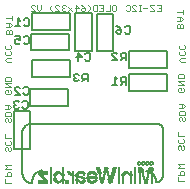
<source format=gbo>
G75*
%MOIN*%
%OFA0B0*%
%FSLAX24Y24*%
%IPPOS*%
%LPD*%
%AMOC8*
5,1,8,0,0,1.08239X$1,22.5*
%
%ADD10C,0.0040*%
%ADD11R,0.0042X0.0007*%
%ADD12R,0.0035X0.0007*%
%ADD13R,0.0028X0.0007*%
%ADD14R,0.0099X0.0007*%
%ADD15R,0.0106X0.0007*%
%ADD16R,0.0092X0.0007*%
%ADD17R,0.0120X0.0007*%
%ADD18R,0.0113X0.0007*%
%ADD19R,0.0085X0.0007*%
%ADD20R,0.0333X0.0007*%
%ADD21R,0.0099X0.0007*%
%ADD22R,0.0106X0.0007*%
%ADD23R,0.0092X0.0007*%
%ADD24R,0.0163X0.0007*%
%ADD25R,0.0149X0.0007*%
%ADD26R,0.0092X0.0007*%
%ADD27R,0.0127X0.0007*%
%ADD28R,0.0333X0.0007*%
%ADD29R,0.0099X0.0007*%
%ADD30R,0.0106X0.0007*%
%ADD31R,0.0092X0.0007*%
%ADD32R,0.0113X0.0007*%
%ADD33R,0.0191X0.0007*%
%ADD34R,0.0177X0.0007*%
%ADD35R,0.0092X0.0007*%
%ADD36R,0.0149X0.0007*%
%ADD37R,0.0333X0.0007*%
%ADD38R,0.0120X0.0007*%
%ADD39R,0.0212X0.0007*%
%ADD40R,0.0191X0.0007*%
%ADD41R,0.0092X0.0007*%
%ADD42R,0.0177X0.0007*%
%ADD43R,0.0120X0.0007*%
%ADD44R,0.0234X0.0007*%
%ADD45R,0.0205X0.0007*%
%ADD46R,0.0099X0.0007*%
%ADD47R,0.0120X0.0007*%
%ADD48R,0.0092X0.0007*%
%ADD49R,0.0113X0.0007*%
%ADD50R,0.0120X0.0007*%
%ADD51R,0.0255X0.0007*%
%ADD52R,0.0220X0.0007*%
%ADD53R,0.0092X0.0007*%
%ADD54R,0.0106X0.0007*%
%ADD55R,0.0198X0.0007*%
%ADD56R,0.0333X0.0007*%
%ADD57R,0.0135X0.0007*%
%ADD58R,0.0127X0.0007*%
%ADD59R,0.0269X0.0007*%
%ADD60R,0.0326X0.0007*%
%ADD61R,0.0212X0.0007*%
%ADD62R,0.0135X0.0007*%
%ADD63R,0.0127X0.0007*%
%ADD64R,0.0127X0.0007*%
%ADD65R,0.0283X0.0007*%
%ADD66R,0.0333X0.0007*%
%ADD67R,0.0227X0.0007*%
%ADD68R,0.0135X0.0007*%
%ADD69R,0.0127X0.0007*%
%ADD70R,0.0290X0.0007*%
%ADD71R,0.0333X0.0007*%
%ADD72R,0.0135X0.0007*%
%ADD73R,0.0297X0.0007*%
%ADD74R,0.0340X0.0007*%
%ADD75R,0.0149X0.0007*%
%ADD76R,0.0135X0.0007*%
%ADD77R,0.0142X0.0007*%
%ADD78R,0.0312X0.0007*%
%ADD79R,0.0156X0.0007*%
%ADD80R,0.0340X0.0007*%
%ADD81R,0.0142X0.0007*%
%ADD82R,0.0120X0.0007*%
%ADD83R,0.0142X0.0007*%
%ADD84R,0.0326X0.0007*%
%ADD85R,0.0149X0.0007*%
%ADD86R,0.0142X0.0007*%
%ADD87R,0.0106X0.0007*%
%ADD88R,0.0127X0.0007*%
%ADD89R,0.0135X0.0007*%
%ADD90R,0.0113X0.0007*%
%ADD91R,0.0163X0.0007*%
%ADD92R,0.0163X0.0007*%
%ADD93R,0.0156X0.0007*%
%ADD94R,0.0113X0.0007*%
%ADD95R,0.0120X0.0007*%
%ADD96R,0.0163X0.0007*%
%ADD97R,0.0163X0.0007*%
%ADD98R,0.0085X0.0007*%
%ADD99R,0.0170X0.0007*%
%ADD100R,0.0177X0.0007*%
%ADD101R,0.0085X0.0007*%
%ADD102R,0.0078X0.0007*%
%ADD103R,0.0177X0.0007*%
%ADD104R,0.0106X0.0007*%
%ADD105R,0.0113X0.0007*%
%ADD106R,0.0085X0.0007*%
%ADD107R,0.0177X0.0007*%
%ADD108R,0.0085X0.0007*%
%ADD109R,0.0177X0.0007*%
%ADD110R,0.0177X0.0007*%
%ADD111R,0.0099X0.0007*%
%ADD112R,0.0184X0.0007*%
%ADD113R,0.0099X0.0007*%
%ADD114R,0.0368X0.0007*%
%ADD115R,0.0191X0.0007*%
%ADD116R,0.0368X0.0007*%
%ADD117R,0.0163X0.0007*%
%ADD118R,0.0184X0.0007*%
%ADD119R,0.0368X0.0007*%
%ADD120R,0.0290X0.0007*%
%ADD121R,0.0113X0.0007*%
%ADD122R,0.0085X0.0007*%
%ADD123R,0.0368X0.0007*%
%ADD124R,0.0276X0.0007*%
%ADD125R,0.0361X0.0007*%
%ADD126R,0.0255X0.0007*%
%ADD127R,0.0085X0.0007*%
%ADD128R,0.0361X0.0007*%
%ADD129R,0.0220X0.0007*%
%ADD130R,0.0361X0.0007*%
%ADD131R,0.0099X0.0007*%
%ADD132R,0.0106X0.0007*%
%ADD133R,0.0106X0.0007*%
%ADD134R,0.0120X0.0007*%
%ADD135R,0.0219X0.0007*%
%ADD136R,0.0142X0.0007*%
%ADD137R,0.0219X0.0007*%
%ADD138R,0.0312X0.0007*%
%ADD139R,0.0219X0.0007*%
%ADD140R,0.0347X0.0007*%
%ADD141R,0.0312X0.0007*%
%ADD142R,0.0304X0.0007*%
%ADD143R,0.0340X0.0007*%
%ADD144R,0.0312X0.0007*%
%ADD145R,0.0234X0.0007*%
%ADD146R,0.0297X0.0007*%
%ADD147R,0.0219X0.0007*%
%ADD148R,0.0312X0.0007*%
%ADD149R,0.0227X0.0007*%
%ADD150R,0.0283X0.0007*%
%ADD151R,0.0290X0.0007*%
%ADD152R,0.0269X0.0007*%
%ADD153R,0.0205X0.0007*%
%ADD154R,0.0184X0.0007*%
%ADD155R,0.0255X0.0007*%
%ADD156R,0.0198X0.0007*%
%ADD157R,0.0191X0.0007*%
%ADD158R,0.0184X0.0007*%
%ADD159R,0.0241X0.0007*%
%ADD160R,0.0255X0.0007*%
%ADD161R,0.0191X0.0007*%
%ADD162R,0.0198X0.0007*%
%ADD163R,0.0184X0.0007*%
%ADD164R,0.0234X0.0007*%
%ADD165R,0.0212X0.0007*%
%ADD166R,0.0184X0.0007*%
%ADD167R,0.0170X0.0007*%
%ADD168R,0.0170X0.0007*%
%ADD169R,0.0156X0.0007*%
%ADD170R,0.0035X0.0007*%
%ADD171R,0.0170X0.0007*%
%ADD172R,0.0042X0.0007*%
%ADD173R,0.0064X0.0007*%
%ADD174R,0.0028X0.0007*%
%ADD175R,0.0035X0.0007*%
%ADD176R,0.0156X0.0007*%
%ADD177R,0.0177X0.0007*%
%ADD178R,0.0170X0.0007*%
%ADD179R,0.0028X0.0007*%
%ADD180R,0.0028X0.0007*%
%ADD181R,0.0057X0.0007*%
%ADD182R,0.0057X0.0007*%
%ADD183R,0.0042X0.0007*%
%ADD184R,0.0043X0.0007*%
%ADD185R,0.0050X0.0007*%
%ADD186R,0.0050X0.0007*%
%ADD187R,0.0043X0.0007*%
%ADD188R,0.0043X0.0007*%
%ADD189R,0.0035X0.0007*%
%ADD190R,0.0035X0.0007*%
%ADD191R,0.0078X0.0007*%
%ADD192R,0.0064X0.0007*%
%ADD193C,0.0080*%
%ADD194C,0.0060*%
D10*
X001174Y000865D02*
X001174Y000998D01*
X001174Y001086D02*
X001375Y001086D01*
X001375Y001186D01*
X001341Y001219D01*
X001274Y001219D01*
X001241Y001186D01*
X001241Y001086D01*
X001174Y001307D02*
X001241Y001373D01*
X001174Y001440D01*
X001375Y001440D01*
X001375Y001307D02*
X001174Y001307D01*
X001174Y000865D02*
X001375Y000865D01*
X001333Y001912D02*
X001300Y001912D01*
X001267Y001945D01*
X001267Y002012D01*
X001233Y002045D01*
X001200Y002045D01*
X001166Y002012D01*
X001166Y001945D01*
X001200Y001912D01*
X001333Y001912D02*
X001367Y001945D01*
X001367Y002012D01*
X001333Y002045D01*
X001333Y002133D02*
X001200Y002133D01*
X001166Y002166D01*
X001166Y002233D01*
X001200Y002266D01*
X001166Y002354D02*
X001166Y002487D01*
X001166Y002354D02*
X001367Y002354D01*
X001333Y002266D02*
X001367Y002233D01*
X001367Y002166D01*
X001333Y002133D01*
X001341Y002873D02*
X001308Y002873D01*
X001274Y002906D01*
X001274Y002973D01*
X001241Y003006D01*
X001208Y003006D01*
X001174Y002973D01*
X001174Y002906D01*
X001208Y002873D01*
X001341Y002873D02*
X001375Y002906D01*
X001375Y002973D01*
X001341Y003006D01*
X001375Y003094D02*
X001375Y003194D01*
X001341Y003227D01*
X001208Y003227D01*
X001174Y003194D01*
X001174Y003094D01*
X001375Y003094D01*
X001308Y003315D02*
X001174Y003315D01*
X001274Y003315D02*
X001274Y003448D01*
X001308Y003448D02*
X001174Y003448D01*
X001308Y003448D02*
X001375Y003381D01*
X001308Y003315D01*
X001341Y003818D02*
X001208Y003818D01*
X001174Y003851D01*
X001174Y003918D01*
X001208Y003951D01*
X001274Y003951D01*
X001274Y003884D01*
X001341Y003818D02*
X001375Y003851D01*
X001375Y003918D01*
X001341Y003951D01*
X001375Y004039D02*
X001174Y004172D01*
X001375Y004172D01*
X001375Y004260D02*
X001375Y004360D01*
X001341Y004393D01*
X001208Y004393D01*
X001174Y004360D01*
X001174Y004260D01*
X001375Y004260D01*
X001375Y004039D02*
X001174Y004039D01*
X001237Y004887D02*
X001171Y004954D01*
X001237Y005020D01*
X001371Y005020D01*
X001337Y005108D02*
X001204Y005108D01*
X001171Y005141D01*
X001171Y005208D01*
X001204Y005241D01*
X001204Y005329D02*
X001171Y005362D01*
X001171Y005429D01*
X001204Y005462D01*
X001204Y005329D02*
X001337Y005329D01*
X001371Y005362D01*
X001371Y005429D01*
X001337Y005462D01*
X001337Y005241D02*
X001371Y005208D01*
X001371Y005141D01*
X001337Y005108D01*
X001371Y004887D02*
X001237Y004887D01*
X001194Y005834D02*
X001194Y005934D01*
X001228Y005967D01*
X001261Y005967D01*
X001294Y005934D01*
X001294Y005834D01*
X001194Y005834D02*
X001394Y005834D01*
X001394Y005934D01*
X001361Y005967D01*
X001328Y005967D01*
X001294Y005934D01*
X001294Y006055D02*
X001294Y006188D01*
X001328Y006188D02*
X001194Y006188D01*
X001328Y006188D02*
X001394Y006121D01*
X001328Y006055D01*
X001194Y006055D01*
X001394Y006276D02*
X001394Y006409D01*
X001394Y006342D02*
X001194Y006342D01*
X002016Y006595D02*
X002149Y006595D01*
X002016Y006729D01*
X002016Y006762D01*
X002049Y006795D01*
X002116Y006795D01*
X002149Y006762D01*
X002237Y006795D02*
X002237Y006662D01*
X002304Y006595D01*
X002370Y006662D01*
X002370Y006795D01*
X002672Y006729D02*
X002672Y006662D01*
X002739Y006595D01*
X002826Y006595D02*
X002960Y006595D01*
X002826Y006729D01*
X002826Y006762D01*
X002860Y006795D01*
X002926Y006795D01*
X002960Y006762D01*
X003047Y006762D02*
X003047Y006729D01*
X003081Y006695D01*
X003047Y006662D01*
X003047Y006629D01*
X003081Y006595D01*
X003147Y006595D01*
X003181Y006629D01*
X003268Y006595D02*
X003402Y006729D01*
X003489Y006695D02*
X003623Y006695D01*
X003523Y006795D01*
X003523Y006595D01*
X003402Y006595D02*
X003268Y006729D01*
X003181Y006762D02*
X003147Y006795D01*
X003081Y006795D01*
X003047Y006762D01*
X003081Y006695D02*
X003114Y006695D01*
X002739Y006795D02*
X002672Y006729D01*
X003710Y006795D02*
X003777Y006762D01*
X003844Y006695D01*
X003744Y006695D01*
X003710Y006662D01*
X003710Y006629D01*
X003744Y006595D01*
X003810Y006595D01*
X003844Y006629D01*
X003844Y006695D01*
X003924Y006595D02*
X003991Y006662D01*
X003991Y006729D01*
X003924Y006795D01*
X004078Y006762D02*
X004112Y006795D01*
X004212Y006795D01*
X004212Y006595D01*
X004112Y006595D01*
X004078Y006629D01*
X004078Y006762D01*
X004299Y006795D02*
X004433Y006795D01*
X004433Y006595D01*
X004299Y006595D01*
X004366Y006695D02*
X004433Y006695D01*
X004520Y006595D02*
X004654Y006595D01*
X004654Y006795D01*
X004741Y006762D02*
X004775Y006795D01*
X004842Y006795D01*
X004875Y006762D01*
X004875Y006629D01*
X004842Y006595D01*
X004775Y006595D01*
X004741Y006629D01*
X004741Y006762D01*
X005183Y006762D02*
X005217Y006795D01*
X005284Y006795D01*
X005317Y006762D01*
X005317Y006629D01*
X005284Y006595D01*
X005217Y006595D01*
X005183Y006629D01*
X005404Y006595D02*
X005538Y006595D01*
X005404Y006729D01*
X005404Y006762D01*
X005438Y006795D01*
X005505Y006795D01*
X005538Y006762D01*
X005618Y006795D02*
X005685Y006795D01*
X005652Y006795D02*
X005652Y006595D01*
X005685Y006595D02*
X005618Y006595D01*
X005773Y006695D02*
X005906Y006695D01*
X005994Y006762D02*
X006127Y006629D01*
X006127Y006595D01*
X005994Y006595D01*
X005994Y006762D02*
X005994Y006795D01*
X006127Y006795D01*
X006215Y006795D02*
X006348Y006795D01*
X006348Y006595D01*
X006215Y006595D01*
X006281Y006695D02*
X006348Y006695D01*
X006911Y006543D02*
X007111Y006543D01*
X007111Y006476D02*
X007111Y006610D01*
X007044Y006389D02*
X006911Y006389D01*
X007011Y006389D02*
X007011Y006255D01*
X007044Y006255D02*
X007111Y006322D01*
X007044Y006389D01*
X007044Y006255D02*
X006911Y006255D01*
X006944Y006168D02*
X006911Y006134D01*
X006911Y006034D01*
X007111Y006034D01*
X007111Y006134D01*
X007077Y006168D01*
X007044Y006168D01*
X007011Y006134D01*
X007011Y006034D01*
X007011Y006134D02*
X006977Y006168D01*
X006944Y006168D01*
X007007Y005460D02*
X006974Y005427D01*
X006974Y005360D01*
X007007Y005326D01*
X007140Y005326D01*
X007174Y005360D01*
X007174Y005427D01*
X007140Y005460D01*
X007140Y005239D02*
X007174Y005206D01*
X007174Y005139D01*
X007140Y005105D01*
X007007Y005105D01*
X006974Y005139D01*
X006974Y005206D01*
X007007Y005239D01*
X007040Y005018D02*
X007174Y005018D01*
X007174Y004884D02*
X007040Y004884D01*
X006974Y004951D01*
X007040Y005018D01*
X007101Y004476D02*
X006968Y004476D01*
X006934Y004442D01*
X006934Y004342D01*
X007134Y004342D01*
X007134Y004442D01*
X007101Y004476D01*
X007134Y004255D02*
X006934Y004255D01*
X007134Y004121D01*
X006934Y004121D01*
X006968Y004034D02*
X007034Y004034D01*
X007034Y003967D01*
X006968Y004034D02*
X006934Y004000D01*
X006934Y003934D01*
X006968Y003900D01*
X007101Y003900D01*
X007134Y003934D01*
X007134Y004000D01*
X007101Y004034D01*
X007107Y003491D02*
X006974Y003491D01*
X007074Y003491D02*
X007074Y003358D01*
X007107Y003358D02*
X007174Y003425D01*
X007107Y003491D01*
X007107Y003358D02*
X006974Y003358D01*
X007007Y003270D02*
X007140Y003270D01*
X007174Y003237D01*
X007174Y003137D01*
X006974Y003137D01*
X006974Y003237D01*
X007007Y003270D01*
X007007Y003049D02*
X006974Y003016D01*
X006974Y002949D01*
X007007Y002916D01*
X007074Y002949D02*
X007074Y003016D01*
X007040Y003049D01*
X007007Y003049D01*
X007140Y003049D02*
X007174Y003016D01*
X007174Y002949D01*
X007140Y002916D01*
X007107Y002916D01*
X007074Y002949D01*
X006934Y002547D02*
X006934Y002413D01*
X007134Y002413D01*
X007101Y002326D02*
X007134Y002292D01*
X007134Y002225D01*
X007101Y002192D01*
X006968Y002192D01*
X006934Y002225D01*
X006934Y002292D01*
X006968Y002326D01*
X006968Y002105D02*
X006934Y002071D01*
X006934Y002004D01*
X006968Y001971D01*
X007034Y002004D02*
X007034Y002071D01*
X007001Y002105D01*
X006968Y002105D01*
X007034Y002004D02*
X007068Y001971D01*
X007101Y001971D01*
X007134Y002004D01*
X007134Y002071D01*
X007101Y002105D01*
X007134Y001484D02*
X006934Y001484D01*
X007001Y001417D01*
X006934Y001350D01*
X007134Y001350D01*
X007101Y001263D02*
X007034Y001263D01*
X007001Y001229D01*
X007001Y001129D01*
X006934Y001129D02*
X007134Y001129D01*
X007134Y001229D01*
X007101Y001263D01*
X006934Y001042D02*
X006934Y000908D01*
X007134Y000908D01*
D11*
X006086Y001469D03*
X006086Y001476D03*
X006044Y001420D03*
X005909Y001420D03*
X005867Y001476D03*
X005881Y001519D03*
X005817Y001476D03*
X005817Y001469D03*
X005775Y001420D03*
X005732Y001476D03*
X005746Y001519D03*
X005683Y001476D03*
X005683Y001469D03*
X005640Y001420D03*
X005598Y001476D03*
X005612Y001519D03*
X006015Y001519D03*
X004061Y000825D03*
D12*
X003732Y000825D03*
X006047Y001569D03*
D13*
X003261Y001229D03*
X002935Y000825D03*
D14*
X002935Y000832D03*
X002822Y000981D03*
X002822Y000995D03*
X002822Y001030D03*
X002822Y001045D03*
X002829Y001094D03*
X002680Y001094D03*
X002680Y001080D03*
X002680Y001045D03*
X002680Y001030D03*
X002680Y000995D03*
X002680Y000981D03*
X002680Y000945D03*
X002680Y000931D03*
X002680Y000903D03*
X002680Y000882D03*
X002680Y000853D03*
X002680Y000832D03*
X002680Y001122D03*
X002680Y001144D03*
X002680Y001172D03*
X002680Y001193D03*
X002680Y001271D03*
X002680Y001299D03*
X002680Y001321D03*
X002680Y001349D03*
X003091Y001080D03*
X003417Y001045D03*
X003417Y001030D03*
X003417Y000995D03*
X003417Y000981D03*
X003417Y000945D03*
X003417Y000931D03*
X003417Y000903D03*
X003417Y000882D03*
X003417Y000853D03*
X003417Y000832D03*
X003565Y000981D03*
X003565Y000995D03*
X003565Y001094D03*
X003565Y001122D03*
X003792Y001122D03*
X003799Y000981D03*
X003941Y000945D03*
X003948Y000931D03*
X003941Y001080D03*
X003955Y001122D03*
X004196Y001094D03*
X004196Y001080D03*
X004189Y000945D03*
X004351Y001030D03*
X004344Y001045D03*
X004337Y001080D03*
X004330Y001094D03*
X004323Y001122D03*
X004472Y001080D03*
X004486Y001144D03*
X004734Y001030D03*
X004677Y000832D03*
X004408Y000832D03*
X005102Y000832D03*
X005102Y000853D03*
X005102Y000882D03*
X005102Y000903D03*
X005102Y000931D03*
X005102Y000945D03*
X005102Y000981D03*
X005102Y000995D03*
X005102Y001030D03*
X005102Y001045D03*
X005102Y001080D03*
X005102Y001094D03*
X005350Y001094D03*
X005350Y001080D03*
X005499Y001080D03*
X005499Y001094D03*
X005499Y001122D03*
X005499Y001144D03*
X005499Y001172D03*
X005499Y001193D03*
X005499Y001271D03*
X005499Y001299D03*
X005499Y001321D03*
X005499Y001349D03*
X005647Y001172D03*
X005647Y001144D03*
X005647Y001122D03*
X005647Y001094D03*
X005647Y001080D03*
X005647Y001045D03*
X005647Y001030D03*
X005647Y000995D03*
X005647Y000981D03*
X005647Y000945D03*
X005647Y000931D03*
X005647Y000903D03*
X005647Y000882D03*
X005647Y000853D03*
X005647Y000832D03*
X005499Y000832D03*
X005499Y000853D03*
X005499Y000882D03*
X005499Y000903D03*
X005499Y000931D03*
X005499Y000945D03*
X005499Y000981D03*
X005499Y000995D03*
X005499Y001030D03*
X005499Y001045D03*
X006051Y001045D03*
X006051Y001030D03*
X006051Y000995D03*
X006051Y000981D03*
X006051Y000945D03*
X006051Y000931D03*
X006051Y000903D03*
X006051Y000882D03*
X006051Y000853D03*
X006051Y000832D03*
X006051Y001080D03*
X006051Y001094D03*
X006051Y001122D03*
X006051Y001144D03*
X006051Y001172D03*
D15*
X005849Y000832D03*
X005113Y001122D03*
X004780Y001193D03*
X004773Y001172D03*
X004766Y001144D03*
X004759Y001122D03*
X004751Y001094D03*
X004737Y001045D03*
X004787Y001222D03*
X004320Y001144D03*
X004312Y001172D03*
X004305Y001193D03*
X004284Y001271D03*
X004277Y001299D03*
X004270Y001321D03*
X004263Y001349D03*
X004185Y001122D03*
X004185Y000931D03*
X003569Y000945D03*
X003569Y001080D03*
X003300Y001193D03*
X003087Y001094D03*
X003087Y000945D03*
X003236Y000931D03*
X003236Y000903D03*
X003236Y000882D03*
X003236Y000853D03*
X003236Y000832D03*
X002833Y000945D03*
D16*
X003095Y000981D03*
X003095Y000995D03*
X003095Y001030D03*
X003095Y001045D03*
X003095Y001172D03*
X003095Y001193D03*
X003095Y001222D03*
X003095Y001271D03*
X003095Y001299D03*
X003095Y001321D03*
X003095Y001349D03*
X003420Y001193D03*
X003420Y001172D03*
X003803Y001094D03*
X003944Y001094D03*
X004199Y000981D03*
X004461Y001030D03*
X004461Y001045D03*
X004475Y001094D03*
X004482Y001122D03*
X004603Y001122D03*
X004610Y001094D03*
X004624Y001030D03*
X004957Y001030D03*
X004957Y001045D03*
X004957Y001080D03*
X004957Y001094D03*
X004957Y001122D03*
X004957Y001144D03*
X004957Y001172D03*
X004957Y001193D03*
X004957Y001271D03*
X004957Y001299D03*
X004957Y001321D03*
X004957Y001349D03*
X004957Y000995D03*
X004957Y000981D03*
X004957Y000945D03*
X004957Y000931D03*
X004957Y000903D03*
X004957Y000882D03*
X004957Y000853D03*
X004957Y000832D03*
X005353Y000832D03*
X005353Y000853D03*
X005353Y000882D03*
X005353Y000903D03*
X005353Y000931D03*
X005353Y000945D03*
X005353Y000981D03*
X005353Y000995D03*
X005353Y001030D03*
X005353Y001045D03*
X005353Y001172D03*
X005353Y001193D03*
X005644Y001448D03*
X005913Y001448D03*
X006047Y001448D03*
X005948Y001172D03*
X005941Y001144D03*
X005934Y001122D03*
X005913Y001045D03*
X005913Y001030D03*
X005899Y000981D03*
X005785Y001030D03*
X005757Y001144D03*
X005750Y001172D03*
X003095Y000882D03*
X003095Y000853D03*
X003095Y000832D03*
D17*
X003080Y000931D03*
X003080Y001122D03*
X003307Y001172D03*
X004065Y001222D03*
X004164Y001144D03*
X004065Y000832D03*
X002379Y001080D03*
D18*
X002411Y001045D03*
X002468Y000981D03*
X002510Y000931D03*
X002843Y000931D03*
X002843Y001122D03*
X003573Y000931D03*
X003735Y000832D03*
X003799Y000903D03*
X003785Y000995D03*
X003778Y001144D03*
X004408Y000853D03*
X004677Y000853D03*
X004805Y001299D03*
X004812Y001321D03*
X004819Y001349D03*
X005343Y001122D03*
D19*
X005775Y001080D03*
X005782Y001045D03*
X005923Y001080D03*
X003558Y000832D03*
D20*
X002429Y000832D03*
X002429Y000853D03*
X002429Y000882D03*
X002429Y000903D03*
D21*
X002680Y000889D03*
X002680Y000938D03*
X002680Y000988D03*
X002680Y001037D03*
X002680Y001087D03*
X002680Y001137D03*
X002680Y001186D03*
X002680Y001307D03*
X002680Y001356D03*
X002829Y001087D03*
X002822Y001037D03*
X002822Y000988D03*
X002680Y000839D03*
X003091Y001087D03*
X003417Y001037D03*
X003417Y000988D03*
X003417Y000938D03*
X003417Y000889D03*
X003417Y000839D03*
X003565Y000988D03*
X003565Y001087D03*
X003785Y001137D03*
X003941Y001087D03*
X003948Y000938D03*
X004189Y000938D03*
X004196Y001087D03*
X004309Y001186D03*
X004323Y001137D03*
X004337Y001087D03*
X004408Y000839D03*
X004677Y000839D03*
X004734Y001037D03*
X004748Y001087D03*
X004762Y001137D03*
X005102Y001087D03*
X005102Y001037D03*
X005102Y000988D03*
X005102Y000938D03*
X005102Y000889D03*
X005102Y000839D03*
X005350Y001087D03*
X005499Y001087D03*
X005499Y001037D03*
X005499Y000988D03*
X005499Y000938D03*
X005499Y000889D03*
X005499Y000839D03*
X005647Y000839D03*
X005647Y000889D03*
X005647Y000938D03*
X005647Y000988D03*
X005647Y001037D03*
X005647Y001087D03*
X005647Y001137D03*
X005499Y001137D03*
X005499Y001186D03*
X005499Y001307D03*
X005499Y001356D03*
X006051Y001137D03*
X006051Y001087D03*
X006051Y001037D03*
X006051Y000988D03*
X006051Y000938D03*
X006051Y000889D03*
X006051Y000839D03*
D22*
X005849Y000839D03*
X004773Y001186D03*
X004808Y001307D03*
X004277Y001307D03*
X003966Y001137D03*
X003796Y000988D03*
X003576Y001137D03*
X003569Y000938D03*
X003236Y000889D03*
X003236Y000839D03*
X002840Y000938D03*
D23*
X003095Y000988D03*
X003095Y001037D03*
X003095Y001186D03*
X003095Y001307D03*
X003095Y001356D03*
X003420Y001186D03*
X003095Y000839D03*
X004461Y001037D03*
X004475Y001087D03*
X004482Y001137D03*
X004610Y001087D03*
X004957Y001087D03*
X004957Y001037D03*
X004957Y000988D03*
X004957Y000938D03*
X004957Y000889D03*
X004957Y000839D03*
X004957Y001137D03*
X004957Y001186D03*
X004957Y001307D03*
X004957Y001356D03*
X005353Y001186D03*
X005353Y001037D03*
X005353Y000988D03*
X005353Y000938D03*
X005353Y000889D03*
X005353Y000839D03*
X005771Y001087D03*
X005757Y001137D03*
X005941Y001137D03*
X005913Y001037D03*
X005899Y000988D03*
D24*
X005679Y001307D03*
X004065Y000839D03*
D25*
X003732Y000839D03*
D26*
X003810Y000938D03*
X003562Y000839D03*
X004348Y001037D03*
X005927Y001087D03*
D27*
X004543Y001307D03*
X004408Y000889D03*
X002935Y000839D03*
D28*
X002974Y000889D03*
X002429Y000889D03*
X002429Y000839D03*
D29*
X002680Y000846D03*
X002680Y000860D03*
X002680Y000875D03*
X002680Y000896D03*
X002680Y000910D03*
X002680Y000924D03*
X002680Y000953D03*
X002680Y000960D03*
X002680Y000974D03*
X002680Y001002D03*
X002680Y001016D03*
X002680Y001023D03*
X002680Y001052D03*
X002680Y001066D03*
X002680Y001073D03*
X002680Y001101D03*
X002680Y001115D03*
X002680Y001130D03*
X002680Y001151D03*
X002680Y001165D03*
X002680Y001179D03*
X002680Y001200D03*
X002680Y001214D03*
X002680Y001264D03*
X002680Y001278D03*
X002680Y001292D03*
X002680Y001314D03*
X002680Y001328D03*
X002680Y001342D03*
X002822Y001073D03*
X002822Y001066D03*
X002822Y001052D03*
X002822Y001023D03*
X002822Y001016D03*
X002822Y001002D03*
X002829Y000960D03*
X003091Y000960D03*
X003091Y000974D03*
X003091Y001073D03*
X003296Y001200D03*
X003417Y001073D03*
X003417Y001066D03*
X003417Y001052D03*
X003417Y001023D03*
X003417Y001016D03*
X003417Y001002D03*
X003417Y000974D03*
X003417Y000960D03*
X003417Y000953D03*
X003417Y000924D03*
X003417Y000910D03*
X003417Y000896D03*
X003417Y000875D03*
X003417Y000860D03*
X003417Y000846D03*
X003565Y000953D03*
X003565Y000960D03*
X003565Y000974D03*
X003565Y001002D03*
X003565Y001101D03*
X003565Y001115D03*
X003573Y001130D03*
X003792Y001130D03*
X003941Y001073D03*
X003806Y000960D03*
X003806Y000924D03*
X004196Y000953D03*
X004196Y000960D03*
X004196Y001101D03*
X004316Y001151D03*
X004316Y001165D03*
X004309Y001179D03*
X004302Y001214D03*
X004295Y001243D03*
X004288Y001264D03*
X004281Y001292D03*
X004274Y001314D03*
X004266Y001342D03*
X004323Y001130D03*
X004330Y001115D03*
X004330Y001101D03*
X004337Y001073D03*
X004344Y001052D03*
X004351Y001023D03*
X004458Y001023D03*
X004465Y001052D03*
X004727Y001016D03*
X004741Y001066D03*
X004755Y001115D03*
X004769Y001165D03*
X005102Y001073D03*
X005102Y001066D03*
X005102Y001052D03*
X005102Y001023D03*
X005102Y001016D03*
X005102Y001002D03*
X005102Y000974D03*
X005102Y000960D03*
X005102Y000953D03*
X005102Y000924D03*
X005102Y000910D03*
X005102Y000896D03*
X005102Y000875D03*
X005102Y000860D03*
X005102Y000846D03*
X005350Y001073D03*
X005499Y001073D03*
X005499Y001066D03*
X005499Y001052D03*
X005499Y001023D03*
X005499Y001016D03*
X005499Y001002D03*
X005499Y000974D03*
X005499Y000960D03*
X005499Y000953D03*
X005499Y000924D03*
X005499Y000910D03*
X005499Y000896D03*
X005499Y000875D03*
X005499Y000860D03*
X005499Y000846D03*
X005647Y000846D03*
X005647Y000860D03*
X005647Y000875D03*
X005647Y000896D03*
X005647Y000910D03*
X005647Y000924D03*
X005647Y000953D03*
X005647Y000960D03*
X005647Y000974D03*
X005647Y001002D03*
X005647Y001016D03*
X005647Y001023D03*
X005647Y001052D03*
X005647Y001066D03*
X005647Y001073D03*
X005647Y001101D03*
X005647Y001115D03*
X005647Y001130D03*
X005647Y001151D03*
X005647Y001165D03*
X005647Y001179D03*
X005499Y001179D03*
X005499Y001165D03*
X005499Y001151D03*
X005499Y001130D03*
X005499Y001115D03*
X005499Y001101D03*
X005499Y001200D03*
X005499Y001214D03*
X005499Y001264D03*
X005499Y001278D03*
X005499Y001292D03*
X005499Y001314D03*
X005499Y001328D03*
X005499Y001342D03*
X006051Y001179D03*
X006051Y001165D03*
X006051Y001151D03*
X006051Y001130D03*
X006051Y001115D03*
X006051Y001101D03*
X006051Y001073D03*
X006051Y001066D03*
X006051Y001052D03*
X006051Y001023D03*
X006051Y001016D03*
X006051Y001002D03*
X006051Y000974D03*
X006051Y000960D03*
X006051Y000953D03*
X006051Y000924D03*
X006051Y000910D03*
X006051Y000896D03*
X006051Y000875D03*
X006051Y000860D03*
X006051Y000846D03*
D30*
X005849Y000846D03*
X005346Y001101D03*
X005106Y001101D03*
X005106Y001115D03*
X004780Y001200D03*
X004780Y001214D03*
X004787Y001229D03*
X004801Y001278D03*
X004808Y001314D03*
X004815Y001342D03*
X004773Y001179D03*
X004766Y001151D03*
X004759Y001130D03*
X004751Y001101D03*
X004737Y001052D03*
X004730Y001023D03*
X004681Y000846D03*
X004305Y001200D03*
X004291Y001250D03*
X004284Y001278D03*
X004270Y001328D03*
X004178Y001130D03*
X004185Y001115D03*
X004178Y000924D03*
X003951Y000924D03*
X003803Y000910D03*
X003236Y000910D03*
X003236Y000896D03*
X003236Y000875D03*
X003236Y000860D03*
X003236Y000846D03*
X003236Y000924D03*
X003087Y000953D03*
X003087Y001101D03*
X002840Y001115D03*
X002833Y001101D03*
X002833Y000953D03*
D31*
X003095Y001002D03*
X003095Y001016D03*
X003095Y001023D03*
X003095Y001052D03*
X003095Y001066D03*
X003095Y001165D03*
X003095Y001179D03*
X003095Y001200D03*
X003095Y001214D03*
X003095Y001229D03*
X003095Y001243D03*
X003095Y001250D03*
X003095Y001264D03*
X003095Y001278D03*
X003095Y001292D03*
X003095Y001314D03*
X003095Y001328D03*
X003095Y001342D03*
X003420Y001214D03*
X003420Y001200D03*
X003420Y001179D03*
X003796Y001115D03*
X003803Y000974D03*
X003937Y001066D03*
X003944Y001101D03*
X003951Y001115D03*
X004199Y000974D03*
X004355Y001016D03*
X004341Y001066D03*
X004454Y001016D03*
X004468Y001066D03*
X004468Y001073D03*
X004475Y001101D03*
X004482Y001115D03*
X004482Y001130D03*
X004490Y001151D03*
X004490Y001165D03*
X004603Y001130D03*
X004603Y001115D03*
X004610Y001101D03*
X004617Y001066D03*
X004957Y001066D03*
X004957Y001073D03*
X004957Y001052D03*
X004957Y001023D03*
X004957Y001016D03*
X004957Y001002D03*
X004957Y000974D03*
X004957Y000960D03*
X004957Y000953D03*
X004957Y000924D03*
X004957Y000910D03*
X004957Y000896D03*
X004957Y000875D03*
X004957Y000860D03*
X004957Y000846D03*
X004957Y001101D03*
X004957Y001115D03*
X004957Y001130D03*
X004957Y001151D03*
X004957Y001165D03*
X004957Y001179D03*
X004957Y001200D03*
X004957Y001214D03*
X004957Y001264D03*
X004957Y001278D03*
X004957Y001292D03*
X004957Y001314D03*
X004957Y001328D03*
X004957Y001342D03*
X005353Y001214D03*
X005353Y001200D03*
X005353Y001179D03*
X005353Y001165D03*
X005353Y001066D03*
X005353Y001052D03*
X005353Y001023D03*
X005353Y001016D03*
X005353Y001002D03*
X005353Y000974D03*
X005353Y000960D03*
X005353Y000953D03*
X005353Y000924D03*
X005353Y000910D03*
X005353Y000896D03*
X005353Y000875D03*
X005353Y000860D03*
X005353Y000846D03*
X005764Y001115D03*
X005750Y001165D03*
X005934Y001130D03*
X005934Y001115D03*
X005941Y001151D03*
X005948Y001165D03*
X005948Y001179D03*
X005920Y001073D03*
X005920Y001066D03*
X005906Y001016D03*
X003095Y000875D03*
X003095Y000860D03*
X003095Y000846D03*
D32*
X003084Y001115D03*
X003573Y001073D03*
X004408Y000860D03*
X004408Y000846D03*
X004677Y000860D03*
X005116Y001130D03*
X005343Y001115D03*
X004805Y001292D03*
X004812Y001328D03*
X002517Y000924D03*
X002489Y000960D03*
X002362Y001101D03*
D33*
X002932Y000860D03*
X003718Y001023D03*
X004065Y000846D03*
X004405Y001002D03*
X004681Y001002D03*
X005693Y001200D03*
X006005Y001200D03*
X006005Y001214D03*
D34*
X006012Y001264D03*
X006012Y001278D03*
X005849Y000960D03*
X005849Y000953D03*
X004681Y000974D03*
X003732Y000846D03*
D35*
X003810Y000953D03*
X003562Y001016D03*
X003562Y001023D03*
X003562Y000860D03*
X003562Y000846D03*
X002925Y001214D03*
X004596Y001165D03*
X004596Y001151D03*
X005927Y001101D03*
D36*
X005849Y000924D03*
X005849Y000910D03*
X004681Y000924D03*
X004405Y000924D03*
X003066Y000910D03*
X002932Y000846D03*
X002925Y001200D03*
D37*
X002974Y000896D03*
X002429Y000896D03*
X002429Y000875D03*
X002429Y000860D03*
X002429Y000846D03*
X005233Y001151D03*
D38*
X005849Y000853D03*
X003973Y001144D03*
X003583Y001144D03*
X002500Y000945D03*
X002457Y000995D03*
X002365Y001094D03*
X002344Y001122D03*
D39*
X004068Y000853D03*
D40*
X003732Y000853D03*
X004405Y000995D03*
X004539Y001172D03*
X005693Y001193D03*
X006005Y001222D03*
D41*
X005927Y001094D03*
X005778Y001448D03*
X004596Y001144D03*
X003810Y000945D03*
X003810Y000931D03*
X003562Y000853D03*
D42*
X002932Y000853D03*
X002925Y001193D03*
X004405Y000981D03*
X005183Y001193D03*
D43*
X004681Y000875D03*
X003576Y000924D03*
X002847Y000924D03*
X002847Y001130D03*
X002493Y000953D03*
X002450Y001002D03*
X002408Y001052D03*
X002394Y001066D03*
X002351Y001115D03*
X005849Y000860D03*
D44*
X004065Y000860D03*
X002925Y001165D03*
D45*
X003732Y000860D03*
D46*
X003806Y000917D03*
X003806Y000967D03*
X003948Y001108D03*
X004189Y001108D03*
X004316Y001158D03*
X004302Y001207D03*
X004295Y001236D03*
X004288Y001257D03*
X004281Y001285D03*
X004330Y001108D03*
X004344Y001059D03*
X004196Y000967D03*
X004741Y001059D03*
X004755Y001108D03*
X005102Y001059D03*
X005102Y001009D03*
X005102Y000967D03*
X005102Y000917D03*
X005102Y000868D03*
X005499Y000868D03*
X005499Y000917D03*
X005499Y000967D03*
X005499Y001009D03*
X005499Y001059D03*
X005499Y001108D03*
X005499Y001158D03*
X005499Y001207D03*
X005499Y001285D03*
X005499Y001335D03*
X005647Y001158D03*
X005647Y001108D03*
X005647Y001059D03*
X005647Y001009D03*
X005647Y000967D03*
X005647Y000917D03*
X005647Y000868D03*
X006051Y000868D03*
X006051Y000917D03*
X006051Y000967D03*
X006051Y001009D03*
X006051Y001059D03*
X006051Y001108D03*
X006051Y001158D03*
X003565Y001108D03*
X003417Y001059D03*
X003417Y001009D03*
X003417Y000967D03*
X003417Y000917D03*
X003417Y000868D03*
X003565Y000967D03*
X003091Y000967D03*
X002829Y000967D03*
X002822Y001009D03*
X002822Y001059D03*
X002680Y001059D03*
X002680Y001108D03*
X002680Y001158D03*
X002680Y001207D03*
X002680Y001285D03*
X002680Y001335D03*
X002680Y001009D03*
X002680Y000967D03*
X002680Y000917D03*
X002680Y000868D03*
D47*
X002854Y000917D03*
X002443Y001009D03*
X002401Y001059D03*
X005849Y000868D03*
D48*
X005906Y001009D03*
X005920Y001059D03*
X005934Y001108D03*
X005941Y001158D03*
X005764Y001108D03*
X005353Y001059D03*
X005353Y001009D03*
X005353Y000967D03*
X005353Y000917D03*
X005353Y000868D03*
X005353Y001158D03*
X005353Y001207D03*
X004957Y001207D03*
X004957Y001158D03*
X004957Y001108D03*
X004957Y001059D03*
X004957Y001009D03*
X004957Y000967D03*
X004957Y000917D03*
X004957Y000868D03*
X004617Y001059D03*
X004468Y001059D03*
X004475Y001108D03*
X004490Y001158D03*
X004957Y001285D03*
X004957Y001335D03*
X005644Y001526D03*
X005913Y001526D03*
X006047Y001526D03*
X003796Y001108D03*
X003420Y001207D03*
X003293Y001207D03*
X003095Y001207D03*
X003095Y001236D03*
X003095Y001257D03*
X003095Y001285D03*
X003095Y001335D03*
X003095Y001059D03*
X003095Y001009D03*
X003095Y000868D03*
D49*
X003084Y001108D03*
X002355Y001108D03*
X004174Y000917D03*
X004677Y000868D03*
D50*
X004405Y000868D03*
X003406Y001108D03*
D51*
X004068Y000868D03*
D52*
X003732Y000868D03*
D53*
X003562Y000868D03*
X003562Y001009D03*
X004596Y001158D03*
X005778Y001059D03*
X005778Y001526D03*
D54*
X005346Y001108D03*
X005106Y001108D03*
X004780Y001207D03*
X004787Y001236D03*
X004801Y001285D03*
X004815Y001335D03*
X004766Y001158D03*
X004270Y001335D03*
X003236Y000917D03*
X003236Y000868D03*
X002833Y001108D03*
D55*
X002928Y000868D03*
D56*
X002974Y001158D03*
X002429Y000868D03*
D57*
X003583Y001066D03*
X005849Y000896D03*
X005849Y000875D03*
D58*
X005336Y001130D03*
X004543Y001314D03*
X004408Y000875D03*
X003771Y001002D03*
X003077Y000924D03*
X003077Y001130D03*
D59*
X003679Y001179D03*
X004068Y000875D03*
D60*
X003679Y000875D03*
D61*
X002928Y000875D03*
D62*
X005849Y000882D03*
D63*
X004677Y000882D03*
D64*
X004408Y000882D03*
X004543Y001299D03*
X004543Y001321D03*
D65*
X004068Y000882D03*
X003679Y001172D03*
D66*
X003682Y000882D03*
D67*
X004068Y001193D03*
X002928Y000882D03*
D68*
X005849Y000889D03*
D69*
X004677Y000889D03*
X002857Y001137D03*
D70*
X004065Y000889D03*
D71*
X003682Y000889D03*
D72*
X003399Y001115D03*
X002861Y000910D03*
X004405Y000896D03*
X004681Y000896D03*
D73*
X004068Y000896D03*
D74*
X003686Y000896D03*
D75*
X003392Y001122D03*
X004681Y000931D03*
X005672Y001349D03*
X005849Y000903D03*
D76*
X004681Y000903D03*
D77*
X004408Y000903D03*
X004543Y001271D03*
D78*
X004068Y000903D03*
D79*
X004408Y000931D03*
X003594Y000903D03*
X005676Y001321D03*
X006023Y001349D03*
D80*
X005229Y001144D03*
X002971Y000903D03*
D81*
X003679Y001214D03*
X004408Y000910D03*
X004677Y000910D03*
X004543Y001278D03*
X004543Y001292D03*
D82*
X004546Y001328D03*
X004164Y000910D03*
X003966Y000910D03*
X003307Y001179D03*
X002436Y001016D03*
X002429Y001023D03*
X002386Y001073D03*
X002337Y001130D03*
D83*
X003587Y000910D03*
D84*
X002425Y000910D03*
D85*
X004405Y000917D03*
X005849Y000917D03*
D86*
X004677Y000917D03*
X004543Y001285D03*
D87*
X004794Y001257D03*
X003958Y000917D03*
D88*
X003580Y000917D03*
D89*
X003073Y000917D03*
X002925Y001207D03*
X005183Y001207D03*
D90*
X004543Y001335D03*
X002525Y000917D03*
X002482Y000967D03*
D91*
X005849Y000945D03*
X005849Y000931D03*
D92*
X005849Y000938D03*
D93*
X004677Y000938D03*
X004408Y000938D03*
D94*
X004174Y001137D03*
X003303Y001186D03*
X003084Y000938D03*
X002461Y000988D03*
X002418Y001037D03*
D95*
X002507Y000938D03*
X005120Y001137D03*
D96*
X004681Y000945D03*
X004405Y000945D03*
X005679Y001299D03*
X006019Y001321D03*
D97*
X006019Y001328D03*
X006019Y001314D03*
X005679Y001314D03*
X005679Y001292D03*
X005183Y001200D03*
X004681Y000960D03*
X004681Y000953D03*
X004405Y000953D03*
X004405Y000960D03*
D98*
X004606Y001108D03*
X005753Y001158D03*
X005789Y001009D03*
X005803Y000967D03*
X005895Y000967D03*
D99*
X004677Y000967D03*
D100*
X004405Y000967D03*
X003604Y001059D03*
X005686Y001236D03*
X005686Y001257D03*
D101*
X005746Y001179D03*
X005753Y001151D03*
X005761Y001130D03*
X005768Y001101D03*
X005789Y001023D03*
X005789Y001016D03*
X005796Y001002D03*
X005895Y000974D03*
X005902Y001002D03*
X005909Y001023D03*
X005916Y001052D03*
X005909Y001441D03*
X006044Y001441D03*
X005640Y001441D03*
X004613Y001073D03*
X004621Y001052D03*
X004628Y001023D03*
X004628Y001016D03*
X003799Y001101D03*
D102*
X003286Y001214D03*
X005644Y001533D03*
X005644Y001540D03*
X005913Y001540D03*
X005913Y001533D03*
X006047Y001533D03*
X006047Y001540D03*
X005799Y000974D03*
D103*
X005686Y001243D03*
X005686Y001250D03*
X004539Y001200D03*
X004405Y000974D03*
D104*
X004298Y001229D03*
X003958Y001130D03*
X004744Y001073D03*
X004794Y001250D03*
X004794Y001264D03*
X005183Y001214D03*
X002825Y000974D03*
D105*
X002475Y000974D03*
X003410Y001101D03*
X004543Y001342D03*
X004790Y001243D03*
D106*
X004613Y001080D03*
X004621Y001045D03*
X005761Y001122D03*
X005768Y001094D03*
X005796Y000995D03*
X005796Y000981D03*
X005902Y000995D03*
D107*
X006012Y001271D03*
X004681Y000981D03*
D108*
X004621Y001037D03*
X005796Y000988D03*
D109*
X004681Y000988D03*
D110*
X004405Y000988D03*
D111*
X004203Y000988D03*
D112*
X004684Y000995D03*
X005690Y001222D03*
D113*
X004203Y000995D03*
D114*
X004068Y001002D03*
X004068Y001016D03*
X004068Y001023D03*
D115*
X004405Y001009D03*
X004681Y001009D03*
X006005Y001207D03*
D116*
X004068Y001009D03*
D117*
X003753Y001009D03*
X006019Y001335D03*
D118*
X006008Y001250D03*
X006008Y001243D03*
X006008Y001229D03*
X005690Y001229D03*
X005690Y001214D03*
X003735Y001016D03*
D119*
X004068Y001030D03*
D120*
X003661Y001030D03*
D121*
X003410Y001094D03*
X002425Y001030D03*
X004543Y001349D03*
X004798Y001271D03*
D122*
X004599Y001137D03*
X005782Y001037D03*
D123*
X004068Y001037D03*
D124*
X003654Y001037D03*
D125*
X004072Y001045D03*
D126*
X003643Y001045D03*
D127*
X005775Y001066D03*
X005775Y001073D03*
X005782Y001052D03*
X005775Y001441D03*
D128*
X004072Y001052D03*
D129*
X003626Y001052D03*
D130*
X004072Y001059D03*
D131*
X004203Y001066D03*
X004203Y001073D03*
D132*
X004298Y001222D03*
X004744Y001080D03*
X003413Y001080D03*
X002825Y001080D03*
D133*
X003413Y001087D03*
D134*
X002372Y001087D03*
D135*
X003357Y001130D03*
X003357Y001151D03*
X003357Y001165D03*
D136*
X003070Y001137D03*
X005329Y001137D03*
D137*
X003357Y001137D03*
D138*
X002425Y001137D03*
X002425Y001186D03*
D139*
X002925Y001172D03*
X003357Y001144D03*
X005183Y001172D03*
D140*
X002967Y001144D03*
D141*
X002425Y001144D03*
X002425Y001172D03*
X002425Y001193D03*
D142*
X003682Y001151D03*
X004072Y001151D03*
D143*
X002971Y001151D03*
D144*
X002425Y001151D03*
X002425Y001165D03*
X002425Y001179D03*
X002425Y001200D03*
X002425Y001214D03*
D145*
X005183Y001158D03*
D146*
X004068Y001158D03*
X003679Y001158D03*
D147*
X003357Y001158D03*
D148*
X002425Y001158D03*
X002425Y001207D03*
D149*
X005187Y001165D03*
D150*
X004068Y001165D03*
D151*
X003682Y001165D03*
D152*
X004068Y001172D03*
D153*
X002925Y001179D03*
X005183Y001179D03*
D154*
X004543Y001179D03*
D155*
X004068Y001179D03*
D156*
X006001Y001186D03*
D157*
X005693Y001186D03*
X005183Y001186D03*
D158*
X004543Y001186D03*
D159*
X004068Y001186D03*
D160*
X003679Y001186D03*
D161*
X002925Y001186D03*
D162*
X006001Y001193D03*
D163*
X004543Y001193D03*
D164*
X003682Y001193D03*
D165*
X003679Y001200D03*
X004068Y001200D03*
D166*
X004068Y001207D03*
X003679Y001207D03*
X005690Y001207D03*
X006008Y001236D03*
D167*
X006015Y001285D03*
X005683Y001285D03*
X004543Y001207D03*
D168*
X004543Y001214D03*
X004543Y001229D03*
X005683Y001264D03*
X005683Y001278D03*
X006015Y001292D03*
D169*
X006023Y001342D03*
X005676Y001342D03*
X005676Y001328D03*
X004543Y001264D03*
X004543Y001250D03*
X004543Y001243D03*
X004068Y001214D03*
D170*
X005183Y001222D03*
D171*
X005683Y001271D03*
X006015Y001299D03*
X004543Y001222D03*
D172*
X003679Y001222D03*
X005598Y001498D03*
X005640Y001561D03*
X005676Y001512D03*
X005683Y001498D03*
X005676Y001462D03*
X005640Y001413D03*
X005732Y001498D03*
X005739Y001512D03*
X005775Y001561D03*
X005810Y001512D03*
X005817Y001498D03*
X005810Y001462D03*
X005775Y001413D03*
X005867Y001498D03*
X005874Y001512D03*
X005909Y001561D03*
X005945Y001512D03*
X005945Y001462D03*
X005909Y001413D03*
X006044Y001413D03*
X006079Y001462D03*
X006079Y001512D03*
X006044Y001561D03*
X006008Y001512D03*
D173*
X005913Y001547D03*
X005778Y001547D03*
X005644Y001547D03*
X003279Y001222D03*
D174*
X002928Y001222D03*
D175*
X004065Y001229D03*
X005644Y001569D03*
X005778Y001569D03*
X005913Y001569D03*
D176*
X005676Y001335D03*
X004543Y001257D03*
X004543Y001236D03*
D177*
X006012Y001257D03*
D178*
X006015Y001307D03*
D179*
X006044Y001406D03*
X005909Y001406D03*
D180*
X005775Y001406D03*
X005640Y001406D03*
D181*
X005640Y001427D03*
X005775Y001427D03*
X005909Y001427D03*
X006044Y001427D03*
D182*
X006044Y001434D03*
X005909Y001434D03*
X005775Y001434D03*
X005640Y001434D03*
D183*
X005612Y001455D03*
X005668Y001455D03*
X005683Y001505D03*
X005640Y001554D03*
X005775Y001554D03*
X005817Y001505D03*
X005881Y001455D03*
X005938Y001455D03*
X006015Y001455D03*
X006072Y001455D03*
X006086Y001505D03*
X006044Y001554D03*
X005909Y001554D03*
X005746Y001455D03*
D184*
X005803Y001455D03*
X005952Y001505D03*
D185*
X006012Y001462D03*
X006090Y001498D03*
X005877Y001462D03*
X005743Y001462D03*
X005608Y001462D03*
D186*
X005601Y001469D03*
X005672Y001519D03*
X005736Y001469D03*
X005807Y001519D03*
X005870Y001469D03*
X005941Y001519D03*
X006005Y001469D03*
X006076Y001519D03*
D187*
X006001Y001476D03*
X005952Y001476D03*
X005952Y001469D03*
D188*
X005952Y001498D03*
X006001Y001498D03*
X005605Y001512D03*
D189*
X005601Y001505D03*
X006005Y001505D03*
D190*
X005870Y001505D03*
X005736Y001505D03*
D191*
X005778Y001533D03*
X005778Y001540D03*
D192*
X006047Y001547D03*
D193*
X006421Y001103D02*
X006419Y001073D01*
X006413Y001043D01*
X006403Y001014D01*
X006390Y000987D01*
X006373Y000962D01*
X006353Y000940D01*
X006331Y000920D01*
X006305Y000903D01*
X006278Y000890D01*
X006250Y000880D01*
X006220Y000874D01*
X006190Y000872D01*
X006420Y001103D02*
X006422Y002623D01*
X006420Y002651D01*
X006415Y002678D01*
X006406Y002705D01*
X006393Y002730D01*
X006378Y002753D01*
X006359Y002774D01*
X006338Y002793D01*
X006315Y002808D01*
X006290Y002821D01*
X006263Y002830D01*
X006236Y002835D01*
X006208Y002837D01*
X002045Y002837D01*
X002013Y002835D01*
X001981Y002830D01*
X001950Y002822D01*
X001920Y002810D01*
X001891Y002796D01*
X001864Y002778D01*
X001839Y002758D01*
X001816Y002735D01*
X001796Y002710D01*
X001778Y002683D01*
X001764Y002654D01*
X001752Y002624D01*
X001744Y002593D01*
X001739Y002561D01*
X001737Y002529D01*
X001742Y001178D01*
X001744Y001143D01*
X001750Y001109D01*
X001759Y001075D01*
X001771Y001042D01*
X001787Y001011D01*
X001806Y000982D01*
X001828Y000955D01*
X001853Y000930D01*
X001880Y000909D01*
X001909Y000890D01*
X001940Y000874D01*
X001973Y000861D01*
X002007Y000852D01*
X002041Y000847D01*
X002076Y000845D01*
X002072Y000882D01*
X002071Y000920D01*
X002074Y000957D01*
X002081Y000994D01*
X002091Y001030D01*
X002105Y001064D01*
X002122Y001098D01*
X002142Y001129D01*
X002165Y001158D01*
X002191Y001185D01*
X002219Y001210D01*
X002250Y001231D01*
X002283Y001249D01*
X002317Y001264D01*
X002352Y001276D01*
X002389Y001284D01*
X002009Y001983D02*
X001457Y001983D01*
X001457Y003242D01*
X002009Y003242D01*
X002009Y001983D01*
X002005Y003435D02*
X002005Y003987D01*
X003265Y003987D01*
X003265Y003435D01*
X002005Y003435D01*
X002072Y004404D02*
X002072Y004955D01*
X003331Y004955D01*
X003331Y004404D01*
X002072Y004404D01*
X002036Y005274D02*
X003296Y005274D01*
X003296Y005825D01*
X002036Y005825D01*
X002036Y005274D01*
X002052Y005955D02*
X002052Y006506D01*
X003312Y006506D01*
X003312Y005955D01*
X002052Y005955D01*
X003505Y006510D02*
X003505Y005250D01*
X004056Y005250D01*
X004056Y006510D01*
X003505Y006510D01*
X004221Y006498D02*
X004221Y005238D01*
X004772Y005238D01*
X004772Y006498D01*
X004221Y006498D01*
X005292Y005238D02*
X005292Y004687D01*
X006552Y004687D01*
X006552Y005238D01*
X005292Y005238D01*
X005292Y004487D02*
X005292Y003935D01*
X006552Y003935D01*
X006552Y004487D01*
X005292Y004487D01*
X005865Y001268D02*
X005903Y001263D01*
X005940Y001253D01*
X005975Y001240D01*
X006009Y001223D01*
X006041Y001202D01*
X006070Y001179D01*
X006097Y001152D01*
X006121Y001123D01*
X006142Y001091D01*
X006160Y001057D01*
X006174Y001022D01*
X006184Y000986D01*
X006190Y000948D01*
X006192Y000910D01*
X006190Y000873D01*
D194*
X005196Y004132D02*
X005196Y004392D01*
X005066Y004392D01*
X005023Y004349D01*
X005023Y004262D01*
X005066Y004219D01*
X005196Y004219D01*
X005109Y004219D02*
X005023Y004132D01*
X004901Y004132D02*
X004728Y004132D01*
X004815Y004132D02*
X004815Y004392D01*
X004901Y004305D01*
X004897Y004943D02*
X004724Y004943D01*
X004724Y005116D02*
X004724Y005160D01*
X004767Y005203D01*
X004854Y005203D01*
X004897Y005160D01*
X005019Y005160D02*
X005019Y005073D01*
X005062Y005030D01*
X005192Y005030D01*
X005105Y005030D02*
X005019Y004943D01*
X004897Y004943D02*
X004724Y005116D01*
X005019Y005160D02*
X005062Y005203D01*
X005192Y005203D01*
X005192Y004943D01*
X005208Y005829D02*
X005164Y005872D01*
X005208Y005829D02*
X005294Y005829D01*
X005338Y005872D01*
X005338Y006046D01*
X005294Y006089D01*
X005208Y006089D01*
X005164Y006046D01*
X005043Y005959D02*
X005043Y005872D01*
X005000Y005829D01*
X004913Y005829D01*
X004870Y005872D01*
X004870Y005915D01*
X004913Y005959D01*
X005043Y005959D01*
X004956Y006046D01*
X004870Y006089D01*
X003964Y005191D02*
X003877Y005191D01*
X003834Y005148D01*
X003964Y005191D02*
X004007Y005148D01*
X004007Y004974D01*
X003964Y004931D01*
X003877Y004931D01*
X003834Y004974D01*
X003712Y005061D02*
X003539Y005061D01*
X003582Y004931D02*
X003582Y005191D01*
X003712Y005061D01*
X003784Y004499D02*
X003740Y004455D01*
X003740Y004369D01*
X003784Y004325D01*
X003914Y004325D01*
X003914Y004239D02*
X003914Y004499D01*
X003784Y004499D01*
X003619Y004455D02*
X003576Y004499D01*
X003489Y004499D01*
X003446Y004455D01*
X003446Y004412D01*
X003489Y004369D01*
X003446Y004325D01*
X003446Y004282D01*
X003489Y004239D01*
X003576Y004239D01*
X003619Y004282D01*
X003532Y004369D02*
X003489Y004369D01*
X003740Y004239D02*
X003827Y004325D01*
X001949Y004015D02*
X001949Y003841D01*
X001906Y003798D01*
X001819Y003798D01*
X001776Y003841D01*
X001654Y003798D02*
X001481Y003971D01*
X001481Y004015D01*
X001524Y004058D01*
X001611Y004058D01*
X001654Y004015D01*
X001776Y004015D02*
X001819Y004058D01*
X001906Y004058D01*
X001949Y004015D01*
X001654Y003798D02*
X001481Y003798D01*
X001493Y003597D02*
X001449Y003554D01*
X001449Y003511D01*
X001493Y003467D01*
X001449Y003424D01*
X001449Y003380D01*
X001493Y003337D01*
X001580Y003337D01*
X001623Y003380D01*
X001744Y003380D02*
X001787Y003337D01*
X001874Y003337D01*
X001918Y003380D01*
X001918Y003554D01*
X001874Y003597D01*
X001787Y003597D01*
X001744Y003554D01*
X001623Y003554D02*
X001580Y003597D01*
X001493Y003597D01*
X001493Y003467D02*
X001536Y003467D01*
X001527Y005494D02*
X001484Y005537D01*
X001484Y005624D01*
X001527Y005668D01*
X001570Y005668D01*
X001657Y005624D01*
X001657Y005754D01*
X001484Y005754D01*
X001527Y005494D02*
X001614Y005494D01*
X001657Y005537D01*
X001778Y005537D02*
X001822Y005494D01*
X001909Y005494D01*
X001952Y005537D01*
X001952Y005711D01*
X001909Y005754D01*
X001822Y005754D01*
X001778Y005711D01*
X001835Y006081D02*
X001791Y006125D01*
X001835Y006081D02*
X001921Y006081D01*
X001965Y006125D01*
X001965Y006298D01*
X001921Y006341D01*
X001835Y006341D01*
X001791Y006298D01*
X001670Y006255D02*
X001583Y006341D01*
X001583Y006081D01*
X001497Y006081D02*
X001670Y006081D01*
M02*

</source>
